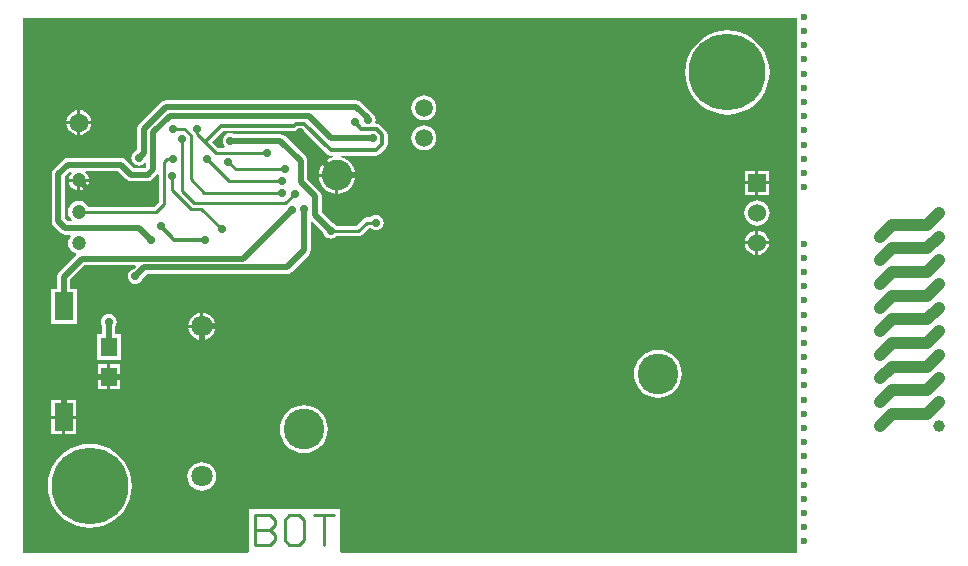
<source format=gbl>
G04 Layer_Physical_Order=2*
G04 Layer_Color=16711680*
%FSLAX25Y25*%
%MOIN*%
G70*
G01*
G75*
%ADD13R,0.05500X0.06300*%
%ADD16R,0.06299X0.09409*%
%ADD22C,0.03937*%
%ADD23C,0.01969*%
%ADD24C,0.01000*%
%ADD26C,0.03937*%
%ADD27C,0.01181*%
%ADD29C,0.13583*%
%ADD30C,0.07087*%
%ADD31C,0.04724*%
%ADD34C,0.05906*%
%ADD35R,0.06000X0.06000*%
%ADD36C,0.06000*%
%ADD37C,0.25590*%
%ADD38C,0.02362*%
%ADD39C,0.02756*%
%ADD40C,0.06299*%
%ADD41C,0.10236*%
G36*
X259449Y1405D02*
X107514D01*
X107159Y1756D01*
X107159Y1905D01*
Y15958D01*
X76559D01*
Y1905D01*
X76559Y1756D01*
X76204Y1405D01*
X1405D01*
Y179698D01*
X259449D01*
Y1405D01*
D02*
G37*
%LPC*%
G36*
X30000Y80908D02*
X29332Y80820D01*
X28709Y80562D01*
X28175Y80152D01*
X27765Y79617D01*
X27507Y78995D01*
X27419Y78327D01*
X27507Y77659D01*
X27765Y77036D01*
X27792Y77000D01*
Y74331D01*
X26069D01*
Y65669D01*
X33931D01*
Y74331D01*
X32208D01*
Y77000D01*
X32235Y77036D01*
X32493Y77659D01*
X32581Y78327D01*
X32493Y78995D01*
X32235Y79617D01*
X31825Y80152D01*
X31291Y80562D01*
X30668Y80820D01*
X30000Y80908D01*
D02*
G37*
G36*
X60484Y76252D02*
X56468D01*
X56558Y75566D01*
X57016Y74461D01*
X57744Y73512D01*
X58693Y72783D01*
X59798Y72326D01*
X60484Y72235D01*
Y76252D01*
D02*
G37*
G36*
X29500Y64150D02*
X26250D01*
Y60500D01*
X29500D01*
Y64150D01*
D02*
G37*
G36*
X33750D02*
X30500D01*
Y60500D01*
X33750D01*
Y64150D01*
D02*
G37*
G36*
X65501Y76252D02*
X61484D01*
Y72235D01*
X62170Y72326D01*
X63275Y72783D01*
X64225Y73512D01*
X64953Y74461D01*
X65411Y75566D01*
X65501Y76252D01*
D02*
G37*
G36*
X245543Y104106D02*
X242075D01*
X242146Y103562D01*
X242549Y102589D01*
X243191Y101753D01*
X244026Y101112D01*
X244999Y100709D01*
X245543Y100638D01*
Y104106D01*
D02*
G37*
G36*
X250012D02*
X246543D01*
Y100638D01*
X247088Y100709D01*
X248061Y101112D01*
X248896Y101753D01*
X249537Y102589D01*
X249940Y103562D01*
X250012Y104106D01*
D02*
G37*
G36*
X60484Y81269D02*
X59798Y81178D01*
X58693Y80721D01*
X57744Y79992D01*
X57016Y79043D01*
X56558Y77938D01*
X56468Y77252D01*
X60484D01*
Y81269D01*
D02*
G37*
G36*
X61484D02*
Y77252D01*
X65501D01*
X65411Y77938D01*
X64953Y79043D01*
X64225Y79992D01*
X63275Y80721D01*
X62170Y81178D01*
X61484Y81269D01*
D02*
G37*
G36*
X33750Y59500D02*
X30500D01*
Y55850D01*
X33750D01*
Y59500D01*
D02*
G37*
G36*
X95000Y50511D02*
X93437Y50357D01*
X91934Y49901D01*
X90549Y49161D01*
X89335Y48165D01*
X88339Y46951D01*
X87599Y45566D01*
X87143Y44063D01*
X86989Y42500D01*
X87143Y40937D01*
X87599Y39434D01*
X88339Y38049D01*
X89335Y36835D01*
X90549Y35839D01*
X91934Y35099D01*
X93437Y34643D01*
X95000Y34489D01*
X96563Y34643D01*
X98066Y35099D01*
X99451Y35839D01*
X100665Y36835D01*
X101661Y38049D01*
X102401Y39434D01*
X102857Y40937D01*
X103011Y42500D01*
X102857Y44063D01*
X102401Y45566D01*
X101661Y46951D01*
X100665Y48165D01*
X99451Y49161D01*
X98066Y49901D01*
X96563Y50357D01*
X95000Y50511D01*
D02*
G37*
G36*
X14500Y46016D02*
X10850D01*
Y40811D01*
X14500D01*
Y46016D01*
D02*
G37*
G36*
X23622Y37642D02*
X21429Y37469D01*
X19290Y36955D01*
X17257Y36114D01*
X15382Y34964D01*
X13709Y33535D01*
X12280Y31863D01*
X11130Y29987D01*
X10289Y27954D01*
X9775Y25815D01*
X9602Y23622D01*
X9775Y21429D01*
X10289Y19290D01*
X11130Y17257D01*
X12280Y15382D01*
X13709Y13709D01*
X15382Y12280D01*
X17257Y11130D01*
X19290Y10289D01*
X21429Y9775D01*
X23622Y9602D01*
X25815Y9775D01*
X27954Y10289D01*
X29987Y11130D01*
X31863Y12280D01*
X33535Y13709D01*
X34964Y15382D01*
X36114Y17257D01*
X36955Y19290D01*
X37469Y21429D01*
X37642Y23622D01*
X37469Y25815D01*
X36955Y27954D01*
X36114Y29987D01*
X34964Y31863D01*
X33535Y33535D01*
X31863Y34964D01*
X29987Y36114D01*
X27954Y36955D01*
X25815Y37469D01*
X23622Y37642D01*
D02*
G37*
G36*
X60984Y31517D02*
X59751Y31355D01*
X58602Y30879D01*
X57615Y30121D01*
X56858Y29135D01*
X56381Y27985D01*
X56219Y26752D01*
X56381Y25519D01*
X56858Y24369D01*
X57615Y23382D01*
X58602Y22625D01*
X59751Y22149D01*
X60984Y21987D01*
X62218Y22149D01*
X63367Y22625D01*
X64354Y23382D01*
X65111Y24369D01*
X65587Y25519D01*
X65749Y26752D01*
X65587Y27985D01*
X65111Y29135D01*
X64354Y30121D01*
X63367Y30879D01*
X62218Y31355D01*
X60984Y31517D01*
D02*
G37*
G36*
X19150Y46016D02*
X15500D01*
Y40811D01*
X19150D01*
Y46016D01*
D02*
G37*
G36*
X212992Y69015D02*
X211429Y68861D01*
X209926Y68405D01*
X208541Y67665D01*
X207328Y66669D01*
X206331Y65455D01*
X205591Y64070D01*
X205135Y62567D01*
X204981Y61004D01*
X205135Y59441D01*
X205591Y57938D01*
X206331Y56553D01*
X207328Y55339D01*
X208541Y54343D01*
X209926Y53603D01*
X211429Y53147D01*
X212992Y52993D01*
X214555Y53147D01*
X216058Y53603D01*
X217443Y54343D01*
X218657Y55339D01*
X219653Y56553D01*
X220393Y57938D01*
X220849Y59441D01*
X221003Y61004D01*
X220849Y62567D01*
X220393Y64070D01*
X219653Y65455D01*
X218657Y66669D01*
X217443Y67665D01*
X216058Y68405D01*
X214555Y68861D01*
X212992Y69015D01*
D02*
G37*
G36*
X29500Y59500D02*
X26250D01*
Y55850D01*
X29500D01*
Y59500D01*
D02*
G37*
G36*
X14500Y52220D02*
X10850D01*
Y47016D01*
X14500D01*
Y52220D01*
D02*
G37*
G36*
X19150D02*
X15500D01*
Y47016D01*
X19150D01*
Y52220D01*
D02*
G37*
G36*
X135043Y143776D02*
X133964Y143634D01*
X132958Y143217D01*
X132095Y142555D01*
X131432Y141691D01*
X131016Y140685D01*
X130874Y139606D01*
X131016Y138527D01*
X131432Y137522D01*
X132095Y136658D01*
X132958Y135995D01*
X133964Y135579D01*
X135043Y135437D01*
X136123Y135579D01*
X137128Y135995D01*
X137992Y136658D01*
X138654Y137522D01*
X139071Y138527D01*
X139213Y139606D01*
X139071Y140685D01*
X138654Y141691D01*
X137992Y142555D01*
X137128Y143217D01*
X136123Y143634D01*
X135043Y143776D01*
D02*
G37*
G36*
X19480Y144205D02*
X15861D01*
X15937Y143622D01*
X16356Y142612D01*
X17021Y141745D01*
X17888Y141080D01*
X18897Y140662D01*
X19480Y140585D01*
Y144205D01*
D02*
G37*
G36*
X250043Y128606D02*
X246543D01*
Y125106D01*
X250043D01*
Y128606D01*
D02*
G37*
G36*
X112551Y152157D02*
X48999D01*
X48154Y151988D01*
X47438Y151510D01*
X40155Y144228D01*
X39677Y143511D01*
X39509Y142667D01*
Y135544D01*
X39436Y135471D01*
X39391Y135466D01*
X38769Y135208D01*
X38234Y134798D01*
X37824Y134263D01*
X37566Y133641D01*
X37478Y132972D01*
X37566Y132304D01*
X37824Y131682D01*
X38234Y131147D01*
X38769Y130737D01*
X39391Y130479D01*
X40059Y130391D01*
X40727Y130479D01*
X41350Y130737D01*
X41884Y131147D01*
X41977Y131269D01*
X42477Y131099D01*
Y130048D01*
X41999Y129570D01*
X38316D01*
X35616Y132270D01*
X34900Y132748D01*
X34055Y132916D01*
X16339D01*
X15494Y132748D01*
X14777Y132270D01*
X11628Y129120D01*
X11149Y128404D01*
X10981Y127559D01*
Y111811D01*
X11149Y110966D01*
X11628Y110250D01*
X13892Y107986D01*
X14608Y107508D01*
X15453Y107340D01*
X17031D01*
X17278Y106840D01*
X16905Y106354D01*
X16548Y105492D01*
X16426Y104567D01*
X16548Y103642D01*
X16905Y102780D01*
X17473Y102040D01*
X18213Y101472D01*
X18979Y101155D01*
X19106Y100843D01*
X19134Y100603D01*
X13439Y94908D01*
X12960Y94191D01*
X12792Y93347D01*
Y89370D01*
X10669D01*
Y77598D01*
X19331D01*
Y89370D01*
X17208D01*
Y92432D01*
X21978Y97202D01*
X38800D01*
X38991Y96740D01*
X38255Y96003D01*
X38210Y95997D01*
X37587Y95739D01*
X37053Y95329D01*
X36643Y94794D01*
X36385Y94172D01*
X36297Y93504D01*
X36385Y92836D01*
X36643Y92213D01*
X37053Y91679D01*
X37587Y91269D01*
X38210Y91011D01*
X38878Y90923D01*
X39546Y91011D01*
X40168Y91269D01*
X40703Y91679D01*
X41113Y92213D01*
X41371Y92836D01*
X41377Y92881D01*
X42729Y94233D01*
X89354D01*
X90199Y94401D01*
X90916Y94880D01*
X96640Y100604D01*
X97118Y101321D01*
X97286Y102165D01*
Y111588D01*
X97749Y111779D01*
X101544Y107983D01*
X101550Y107938D01*
X101808Y107316D01*
X102218Y106781D01*
X102753Y106371D01*
X103375Y106113D01*
X104043Y106025D01*
X104711Y106113D01*
X105334Y106371D01*
X105868Y106781D01*
X105954Y106892D01*
X113134D01*
X113790Y107023D01*
X114346Y107394D01*
X116612Y109660D01*
X117133D01*
X117218Y109549D01*
X117753Y109139D01*
X118375Y108881D01*
X119043Y108793D01*
X119711Y108881D01*
X120334Y109139D01*
X120868Y109549D01*
X121279Y110083D01*
X121537Y110706D01*
X121624Y111374D01*
X121537Y112042D01*
X121279Y112665D01*
X120868Y113199D01*
X120334Y113609D01*
X119711Y113867D01*
X119043Y113955D01*
X118375Y113867D01*
X117753Y113609D01*
X117218Y113199D01*
X117133Y113088D01*
X115902D01*
X115246Y112958D01*
X114690Y112586D01*
X112424Y110320D01*
X105954D01*
X105868Y110431D01*
X105334Y110842D01*
X104711Y111100D01*
X104666Y111105D01*
X101027Y114745D01*
Y120177D01*
X100859Y121022D01*
X100380Y121738D01*
X96204Y125915D01*
Y131890D01*
X96036Y132735D01*
X95557Y133451D01*
X88766Y140242D01*
X88050Y140721D01*
X87205Y140889D01*
X71799D01*
X71763Y140916D01*
X71140Y141174D01*
X70472Y141262D01*
X69804Y141174D01*
X69182Y140916D01*
X68647Y140506D01*
X68237Y139972D01*
X67979Y139349D01*
X67891Y138681D01*
X67979Y138013D01*
X68237Y137390D01*
X68647Y136856D01*
X68473Y136360D01*
X66360D01*
X64497Y138222D01*
X68138Y141863D01*
X91735D01*
X92426Y142000D01*
X93012Y142392D01*
X93219Y142599D01*
X94182D01*
X102626Y134156D01*
X103212Y133764D01*
X103903Y133627D01*
X104782D01*
X104844Y133136D01*
X103691Y132786D01*
X102628Y132218D01*
X101696Y131453D01*
X100932Y130522D01*
X100364Y129459D01*
X100014Y128306D01*
X99945Y127606D01*
X106043D01*
X112142D01*
X112073Y128306D01*
X111723Y129459D01*
X111155Y130522D01*
X110390Y131453D01*
X109459Y132218D01*
X108396Y132786D01*
X107243Y133136D01*
X107304Y133627D01*
X118996D01*
X119687Y133764D01*
X120273Y134156D01*
X122389Y136272D01*
X122781Y136858D01*
X122919Y137549D01*
Y140735D01*
X122781Y141427D01*
X122389Y142013D01*
X120550Y143852D01*
X119964Y144244D01*
X119273Y144381D01*
X119068D01*
X118791Y144797D01*
X118837Y144910D01*
X118925Y145578D01*
X118837Y146246D01*
X118580Y146869D01*
X118169Y147403D01*
X118058Y147489D01*
X117905Y147717D01*
X114112Y151510D01*
X113396Y151988D01*
X112551Y152157D01*
D02*
G37*
G36*
X24100Y144205D02*
X20480D01*
Y140585D01*
X21064Y140662D01*
X22073Y141080D01*
X22940Y141745D01*
X23605Y142612D01*
X24023Y143622D01*
X24100Y144205D01*
D02*
G37*
G36*
X135043Y153776D02*
X133964Y153634D01*
X132958Y153217D01*
X132095Y152555D01*
X131432Y151691D01*
X131016Y150686D01*
X130874Y149606D01*
X131016Y148527D01*
X131432Y147522D01*
X132095Y146658D01*
X132958Y145995D01*
X133964Y145579D01*
X135043Y145437D01*
X136123Y145579D01*
X137128Y145995D01*
X137992Y146658D01*
X138654Y147522D01*
X139071Y148527D01*
X139213Y149606D01*
X139071Y150686D01*
X138654Y151691D01*
X137992Y152555D01*
X137128Y153217D01*
X136123Y153634D01*
X135043Y153776D01*
D02*
G37*
G36*
X236221Y175437D02*
X234027Y175264D01*
X231888Y174751D01*
X229856Y173909D01*
X227980Y172759D01*
X226307Y171331D01*
X224878Y169658D01*
X223729Y167782D01*
X222887Y165750D01*
X222374Y163610D01*
X222201Y161417D01*
X222374Y159224D01*
X222887Y157085D01*
X223729Y155053D01*
X224878Y153177D01*
X226307Y151504D01*
X227980Y150075D01*
X229856Y148926D01*
X231888Y148084D01*
X234027Y147570D01*
X236221Y147398D01*
X238414Y147570D01*
X240553Y148084D01*
X242585Y148926D01*
X244461Y150075D01*
X246134Y151504D01*
X247563Y153177D01*
X248712Y155053D01*
X249554Y157085D01*
X250067Y159224D01*
X250240Y161417D01*
X250067Y163610D01*
X249554Y165750D01*
X248712Y167782D01*
X247563Y169658D01*
X246134Y171331D01*
X244461Y172759D01*
X242585Y173909D01*
X240553Y174751D01*
X238414Y175264D01*
X236221Y175437D01*
D02*
G37*
G36*
X19480Y148824D02*
X18897Y148748D01*
X17888Y148329D01*
X17021Y147664D01*
X16356Y146797D01*
X15937Y145788D01*
X15861Y145205D01*
X19480D01*
Y148824D01*
D02*
G37*
G36*
X20480D02*
Y145205D01*
X24100D01*
X24023Y145788D01*
X23605Y146797D01*
X22940Y147664D01*
X22073Y148329D01*
X21064Y148748D01*
X20480Y148824D01*
D02*
G37*
G36*
X245543Y128606D02*
X242043D01*
Y125106D01*
X245543D01*
Y128606D01*
D02*
G37*
G36*
Y124106D02*
X242043D01*
Y120606D01*
X245543D01*
Y124106D01*
D02*
G37*
G36*
X250043D02*
X246543D01*
Y120606D01*
X250043D01*
Y124106D01*
D02*
G37*
G36*
X246043Y118824D02*
X244952Y118680D01*
X243935Y118259D01*
X243061Y117588D01*
X242391Y116715D01*
X241970Y115698D01*
X241826Y114606D01*
X241970Y113515D01*
X242391Y112498D01*
X243061Y111624D01*
X243935Y110954D01*
X244952Y110533D01*
X246043Y110389D01*
X247135Y110533D01*
X248152Y110954D01*
X249025Y111624D01*
X249695Y112498D01*
X250117Y113515D01*
X250260Y114606D01*
X250117Y115698D01*
X249695Y116715D01*
X249025Y117588D01*
X248152Y118259D01*
X247135Y118680D01*
X246043Y118824D01*
D02*
G37*
G36*
X245543Y108575D02*
X244999Y108503D01*
X244026Y108100D01*
X243191Y107459D01*
X242549Y106624D01*
X242146Y105650D01*
X242075Y105106D01*
X245543D01*
Y108575D01*
D02*
G37*
G36*
X246543Y108575D02*
Y105106D01*
X250012D01*
X249940Y105650D01*
X249537Y106624D01*
X248896Y107459D01*
X248061Y108100D01*
X247088Y108503D01*
X246543Y108575D01*
D02*
G37*
G36*
X112142Y126606D02*
X106543D01*
Y121008D01*
X107243Y121077D01*
X108396Y121427D01*
X109459Y121995D01*
X110390Y122759D01*
X111155Y123691D01*
X111723Y124754D01*
X112073Y125907D01*
X112142Y126606D01*
D02*
G37*
G36*
X105543D02*
X99945D01*
X100014Y125907D01*
X100364Y124754D01*
X100932Y123691D01*
X101696Y122759D01*
X102628Y121995D01*
X103691Y121427D01*
X104844Y121077D01*
X105543Y121008D01*
Y126606D01*
D02*
G37*
%LPD*%
G36*
X35840Y125801D02*
X36557Y125322D01*
X37402Y125154D01*
X42913D01*
X43758Y125322D01*
X44475Y125801D01*
X46089Y127416D01*
X46589Y127209D01*
Y118304D01*
X44999Y116714D01*
X23125D01*
X23095Y116787D01*
X22527Y117527D01*
X21787Y118095D01*
X20925Y118452D01*
X20000Y118574D01*
X19075Y118452D01*
X18213Y118095D01*
X17473Y117527D01*
X16905Y116787D01*
X16548Y115925D01*
X16426Y115000D01*
X16548Y114075D01*
X16905Y113213D01*
X17473Y112473D01*
X17757Y112255D01*
X17587Y111755D01*
X16367D01*
X15397Y112725D01*
Y126645D01*
X17186Y128434D01*
X17513Y128393D01*
X17669Y127882D01*
X17602Y127831D01*
X17063Y127129D01*
X16724Y126311D01*
X16675Y125933D01*
X20000D01*
X23325D01*
X23276Y126311D01*
X22937Y127129D01*
X22398Y127831D01*
X22177Y128001D01*
X22346Y128501D01*
X33141D01*
X35840Y125801D01*
D02*
G37*
%LPC*%
G36*
X19500Y124933D02*
X16675D01*
X16724Y124555D01*
X17063Y123738D01*
X17602Y123035D01*
X18304Y122496D01*
X19122Y122157D01*
X19500Y122108D01*
Y124933D01*
D02*
G37*
G36*
X23325D02*
X20500D01*
Y122108D01*
X20878Y122157D01*
X21696Y122496D01*
X22398Y123035D01*
X22937Y123738D01*
X23276Y124555D01*
X23325Y124933D01*
D02*
G37*
%LPD*%
D13*
X30000Y60000D02*
D03*
Y70000D02*
D03*
D16*
X15000Y83484D02*
D03*
Y46516D02*
D03*
D22*
X306693Y67323D02*
D03*
Y75197D02*
D03*
Y59449D02*
D03*
Y51575D02*
D03*
Y43701D02*
D03*
X287008D02*
D03*
Y51575D02*
D03*
Y59449D02*
D03*
Y67323D02*
D03*
Y75197D02*
D03*
Y106693D02*
D03*
Y98819D02*
D03*
Y90945D02*
D03*
Y83071D02*
D03*
X306693D02*
D03*
Y90945D02*
D03*
Y98819D02*
D03*
Y106693D02*
D03*
Y114567D02*
D03*
D23*
X124114Y85433D02*
Y123622D01*
X60984Y76752D02*
X115433D01*
X30000Y60000D02*
X57441D01*
X19252D02*
X30000D01*
X15000Y55748D02*
X19252Y60000D01*
X50228Y146980D02*
X96720D01*
X44685Y141437D02*
X50228Y146980D01*
X41717Y142667D02*
X48999Y149949D01*
X112551D01*
X44685Y129134D02*
Y141437D01*
X96720Y146980D02*
X104095Y139606D01*
X112551Y149949D02*
X116344Y146156D01*
X41717Y134630D02*
Y142667D01*
X116344Y145578D02*
Y146156D01*
X104095Y139606D02*
X118043D01*
X115433Y76752D02*
X124114Y85433D01*
X120630Y127106D02*
X124114Y123622D01*
X106043Y127106D02*
X120630D01*
X93701Y139449D02*
Y141437D01*
X89354Y96441D02*
X95079Y102165D01*
X41815Y96441D02*
X89354D01*
X38878Y93504D02*
X41815Y96441D01*
X93701Y139449D02*
X106043Y127106D01*
X40059Y132972D02*
X41717Y134630D01*
X42913Y127362D02*
X44685Y129134D01*
X37402Y127362D02*
X42913D01*
X34055Y130709D02*
X37402Y127362D01*
X16339Y130709D02*
X34055D01*
X13189Y127559D02*
X16339Y130709D01*
X13189Y111811D02*
Y127559D01*
Y111811D02*
X15453Y109547D01*
X40157D01*
X44094Y105610D01*
X70472Y138681D02*
X87205D01*
X93996Y131890D01*
Y125000D02*
Y131890D01*
Y125000D02*
X98819Y120177D01*
Y113831D02*
Y120177D01*
Y113831D02*
X104043Y108606D01*
X95079Y102165D02*
Y115847D01*
X20000Y125433D02*
X27520Y117913D01*
X42717D01*
X74792Y99410D02*
X90939Y115557D01*
X21063Y99410D02*
X74792D01*
X15000Y93347D02*
X21063Y99410D01*
X15000Y83484D02*
Y93347D01*
X30000Y70000D02*
Y78327D01*
X60984Y63543D02*
Y76752D01*
X57441Y60000D02*
X60984Y63543D01*
X15000Y46516D02*
Y55748D01*
D24*
X62008Y138287D02*
X65650Y134646D01*
X59350Y140945D02*
X62008Y138287D01*
X59350Y140945D02*
Y142520D01*
X48303Y131571D02*
X49416Y132684D01*
X57350Y125819D02*
X61811Y121358D01*
X54432Y121848D02*
X58268Y118012D01*
X57350Y125819D02*
Y140430D01*
X55155Y142625D02*
X57350Y140430D01*
X51479Y142625D02*
X55155D01*
X49416Y132684D02*
X51479D01*
X54432Y121848D02*
Y139278D01*
X65650Y134646D02*
X82677D01*
X45709Y115000D02*
X48303Y117595D01*
X20000Y115000D02*
X45709D01*
X48303Y117595D02*
Y131571D01*
X72342Y129134D02*
X88878D01*
X104043Y108606D02*
X113134D01*
X115902Y111374D01*
X119043D01*
X51181Y122270D02*
Y126772D01*
Y122270D02*
X57439Y116012D01*
X60760D01*
X67618Y109153D01*
X69882Y131595D02*
X72342Y129134D01*
X62697Y132677D02*
X70177Y125197D01*
X87697D01*
X61811Y121358D02*
X87697D01*
X58268Y118012D02*
X88878D01*
X91929Y121063D01*
X90939Y115557D02*
Y116257D01*
X78740Y13776D02*
Y3937D01*
X83660D01*
X85300Y5577D01*
Y7217D01*
X83660Y8857D01*
X78740D01*
X83660D01*
X85300Y10497D01*
Y12137D01*
X83660Y13776D01*
X78740D01*
X93499D02*
X90219D01*
X88579Y12137D01*
Y5577D01*
X90219Y3937D01*
X93499D01*
X95139Y5577D01*
Y12137D01*
X93499Y13776D01*
X98419D02*
X104978D01*
X101699D01*
Y3937D01*
D26*
X302756Y47638D02*
X306693Y51575D01*
X290945Y47638D02*
X302756D01*
X287008Y43701D02*
X290945Y47638D01*
X302756Y55512D02*
X306693Y59449D01*
X290945Y55512D02*
X302756D01*
X287008Y51575D02*
X290945Y55512D01*
X302756Y63386D02*
X306693Y67323D01*
X290945Y63386D02*
X302756D01*
X287008Y59449D02*
X290945Y63386D01*
X302756Y71260D02*
X306693Y75197D01*
X290945Y71260D02*
X302756D01*
X287008Y67323D02*
X290945Y71260D01*
X302756Y79134D02*
X306693Y83071D01*
X290945Y79134D02*
X302756D01*
X287008Y75197D02*
X290945Y79134D01*
X302756Y87008D02*
X306693Y90945D01*
X290945Y87008D02*
X302756D01*
X287008Y83071D02*
X290945Y87008D01*
X302756Y94882D02*
X306693Y98819D01*
X290945Y94882D02*
X302756D01*
X287008Y90945D02*
X290945Y94882D01*
X302756Y102756D02*
X306693Y106693D01*
X290945Y102756D02*
X302756D01*
X287008Y98819D02*
X290945Y102756D01*
X287008Y106693D02*
X290945Y110630D01*
X302756D01*
X306693Y114567D01*
D27*
X119273Y142575D02*
X121112Y140735D01*
Y137549D02*
Y140735D01*
X118996Y135433D02*
X121112Y137549D01*
X103903Y135433D02*
X118996D01*
X62008Y138287D02*
X67390Y143669D01*
X91735D01*
X92471Y144405D01*
X94930D01*
X103903Y135433D01*
X114216Y142575D02*
X119273D01*
X111909Y144882D02*
X114216Y142575D01*
X51791Y105610D02*
X62008D01*
X47264Y110138D02*
X51791Y105610D01*
D29*
X212992Y61004D02*
D03*
X95000Y42500D02*
D03*
D30*
X60984Y26752D02*
D03*
Y76752D02*
D03*
D31*
X20000Y115000D02*
D03*
Y104567D02*
D03*
Y125433D02*
D03*
D34*
X135043Y139606D02*
D03*
Y149606D02*
D03*
D35*
X246043Y124606D02*
D03*
D36*
Y114606D02*
D03*
Y104606D02*
D03*
D37*
X236221Y161417D02*
D03*
X23622Y23622D02*
D03*
D38*
X261811Y179921D02*
D03*
Y175197D02*
D03*
Y170472D02*
D03*
Y165748D02*
D03*
Y151575D02*
D03*
Y156299D02*
D03*
Y161024D02*
D03*
Y137402D02*
D03*
Y142126D02*
D03*
Y146850D02*
D03*
Y123228D02*
D03*
Y127953D02*
D03*
Y132677D02*
D03*
Y94882D02*
D03*
Y99606D02*
D03*
Y104331D02*
D03*
Y80709D02*
D03*
Y85433D02*
D03*
Y90158D02*
D03*
Y66535D02*
D03*
Y71260D02*
D03*
Y75984D02*
D03*
Y52362D02*
D03*
Y57087D02*
D03*
Y61811D02*
D03*
Y38189D02*
D03*
Y42913D02*
D03*
Y47638D02*
D03*
Y24016D02*
D03*
Y28740D02*
D03*
Y33465D02*
D03*
Y9843D02*
D03*
Y14567D02*
D03*
Y19291D02*
D03*
Y5118D02*
D03*
D39*
X246063Y78740D02*
D03*
X226378D02*
D03*
X206693Y157480D02*
D03*
Y78740D02*
D03*
X187008Y157480D02*
D03*
X177165Y137795D02*
D03*
X187008Y78740D02*
D03*
X167323Y157480D02*
D03*
Y78740D02*
D03*
X147638Y157480D02*
D03*
Y78740D02*
D03*
X127953D02*
D03*
X88583D02*
D03*
X68898Y39370D02*
D03*
X59055Y19685D02*
D03*
X49213Y78740D02*
D03*
X39370Y59055D02*
D03*
X49213Y39370D02*
D03*
X39370Y19685D02*
D03*
X19685Y59055D02*
D03*
X29528Y39370D02*
D03*
X131496Y130709D02*
D03*
X237402Y101969D02*
D03*
X229134D02*
D03*
X205118Y101181D02*
D03*
X213779Y102362D02*
D03*
X179921Y127165D02*
D03*
X187795D02*
D03*
X159449Y100787D02*
D03*
X162992Y101575D02*
D03*
X154331D02*
D03*
X127953Y94095D02*
D03*
X125591Y90945D02*
D03*
X228740Y105905D02*
D03*
X233465Y100787D02*
D03*
X238189Y105905D02*
D03*
X213386Y106299D02*
D03*
X209842Y100787D02*
D03*
X203937Y104331D02*
D03*
X149606Y131890D02*
D03*
X155118Y127165D02*
D03*
X183465Y128740D02*
D03*
X188189Y123228D02*
D03*
X178740D02*
D03*
X153543Y105905D02*
D03*
X163779Y106299D02*
D03*
X246063Y137795D02*
D03*
X250984Y108268D02*
D03*
X246063Y98425D02*
D03*
X236221Y137795D02*
D03*
X241142Y108268D02*
D03*
X236221Y98425D02*
D03*
X226378Y137795D02*
D03*
X231299Y127953D02*
D03*
X226378Y98425D02*
D03*
X216535Y137795D02*
D03*
X221457Y127953D02*
D03*
Y108268D02*
D03*
X216535Y98425D02*
D03*
X206693Y137795D02*
D03*
X211614Y127953D02*
D03*
X206693Y98425D02*
D03*
X196850Y137795D02*
D03*
X201772Y127953D02*
D03*
Y108268D02*
D03*
X196850Y98425D02*
D03*
X187008Y137795D02*
D03*
X191929Y127953D02*
D03*
Y108268D02*
D03*
X187008Y98425D02*
D03*
X182087Y108268D02*
D03*
X177165Y98425D02*
D03*
X172244Y127953D02*
D03*
Y108268D02*
D03*
X167323Y98425D02*
D03*
X162402Y127953D02*
D03*
X157480Y98425D02*
D03*
X147638D02*
D03*
X137795D02*
D03*
X127953D02*
D03*
X116344Y145578D02*
D03*
X118043Y139606D02*
D03*
X111909Y144882D02*
D03*
X93701Y141437D02*
D03*
X59350Y142520D02*
D03*
X51479Y132684D02*
D03*
Y142625D02*
D03*
X54432Y139278D02*
D03*
X62008Y105610D02*
D03*
X47264Y110138D02*
D03*
X82677Y134646D02*
D03*
X44094Y105610D02*
D03*
X40059Y132972D02*
D03*
X70472Y138681D02*
D03*
X88878Y129134D02*
D03*
X42717Y117913D02*
D03*
X38878Y93504D02*
D03*
X30000Y78327D02*
D03*
X51181Y126772D02*
D03*
X67618Y109153D02*
D03*
X69882Y131595D02*
D03*
X62697Y132677D02*
D03*
X95079Y115847D02*
D03*
X87697Y125197D02*
D03*
X90939Y115557D02*
D03*
X91929Y121063D02*
D03*
X87697Y121358D02*
D03*
X104043Y108606D02*
D03*
X119043Y111374D02*
D03*
D40*
X19980Y144705D02*
D03*
D41*
X106043Y127106D02*
D03*
M02*

</source>
